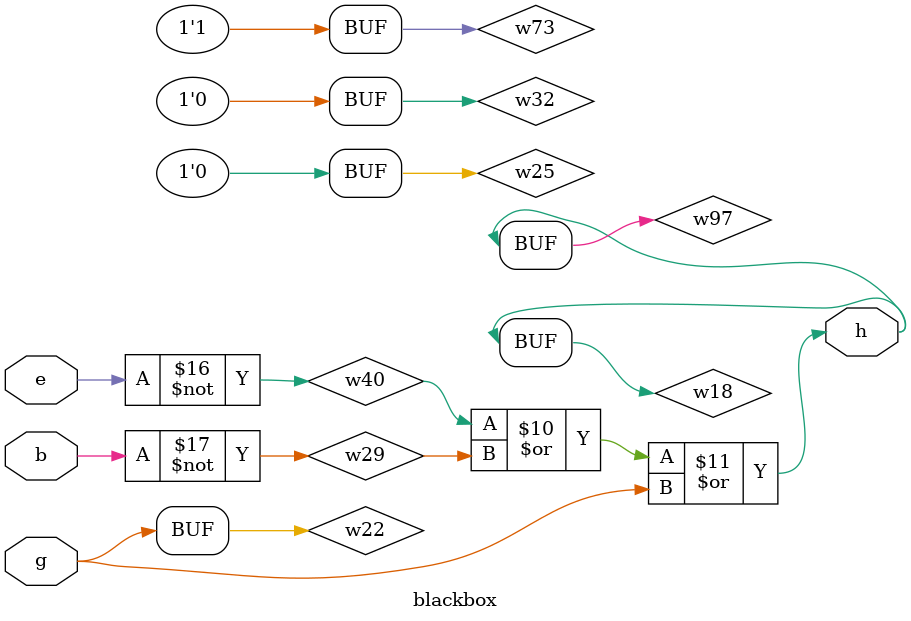
<source format=v>
module blackbox(h, e, g, b);
    output h;
    input  e, g, b;
    wire   w18, w20, w22, w25, w29, w32, w40, w42, w50, w66, w73, w74, w92, w97;
    or  o84(h, w97, w25);
    and a54(w97, w18, w73);
    or  o11(w73, w66, w74);
    not n16(w66, w74);
    and a41(w25, w92, w42);
    not n85(w42, w92);
    and a9(w74, e, w22);
    or  o94(w22, g, w32);
    and a27(w32, b, w50);
    not n48(w50, b);
    or  o60(w92, e, b, w20);
    not n76(w20, g);
    or  o8(w18, w40, w29, g);
    not n23(w40, e);
    not n2(w29, b);
endmodule // blackbox

</source>
